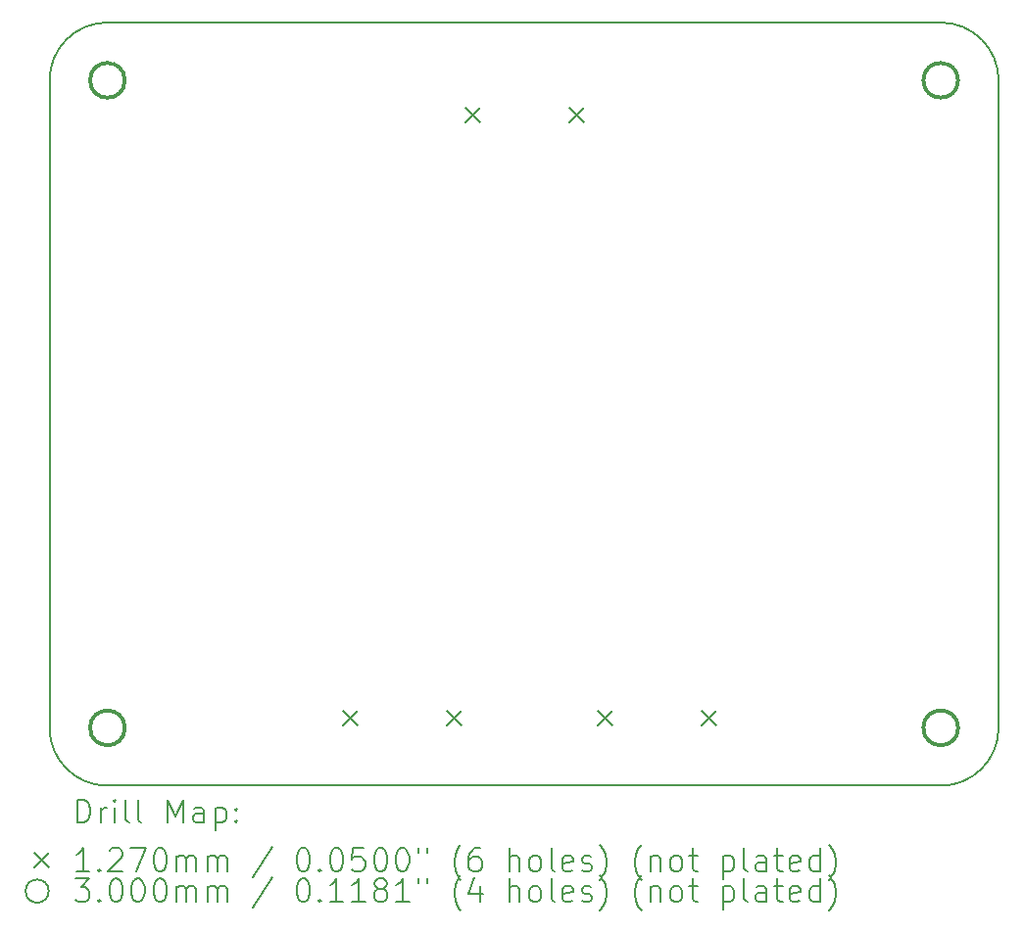
<source format=gbr>
%TF.GenerationSoftware,KiCad,Pcbnew,7.0.2*%
%TF.CreationDate,2023-08-29T10:56:40-05:00*%
%TF.ProjectId,Power-Secondary,506f7765-722d-4536-9563-6f6e64617279,rev?*%
%TF.SameCoordinates,Original*%
%TF.FileFunction,Drillmap*%
%TF.FilePolarity,Positive*%
%FSLAX45Y45*%
G04 Gerber Fmt 4.5, Leading zero omitted, Abs format (unit mm)*
G04 Created by KiCad (PCBNEW 7.0.2) date 2023-08-29 10:56:40*
%MOMM*%
%LPD*%
G01*
G04 APERTURE LIST*
%ADD10C,0.150000*%
%ADD11C,0.200000*%
%ADD12C,0.127000*%
%ADD13C,0.300000*%
G04 APERTURE END LIST*
D10*
X17000000Y-4800000D02*
X17000000Y-10400000D01*
X16500000Y-10900000D02*
G75*
G03*
X17000000Y-10400000I0J500000D01*
G01*
X9300000Y-4300000D02*
G75*
G03*
X8800000Y-4800000I0J-500000D01*
G01*
X17000000Y-4800000D02*
G75*
G03*
X16500000Y-4300000I-500000J0D01*
G01*
X9300000Y-4300000D02*
X16500000Y-4300000D01*
X9300000Y-10900000D02*
X16500000Y-10900000D01*
X8800000Y-4800000D02*
X8800000Y-10400000D01*
X8800000Y-10400000D02*
G75*
G03*
X9300000Y-10900000I500000J0D01*
G01*
D11*
D12*
X11336500Y-10249000D02*
X11463500Y-10376000D01*
X11463500Y-10249000D02*
X11336500Y-10376000D01*
X12236500Y-10249000D02*
X12363500Y-10376000D01*
X12363500Y-10249000D02*
X12236500Y-10376000D01*
X12391400Y-5037800D02*
X12518400Y-5164800D01*
X12518400Y-5037800D02*
X12391400Y-5164800D01*
X13291400Y-5037800D02*
X13418400Y-5164800D01*
X13418400Y-5037800D02*
X13291400Y-5164800D01*
X13536500Y-10249000D02*
X13663500Y-10376000D01*
X13663500Y-10249000D02*
X13536500Y-10376000D01*
X14436500Y-10249000D02*
X14563500Y-10376000D01*
X14563500Y-10249000D02*
X14436500Y-10376000D01*
D13*
X9450000Y-4800000D02*
G75*
G03*
X9450000Y-4800000I-150000J0D01*
G01*
X9450000Y-10400000D02*
G75*
G03*
X9450000Y-10400000I-150000J0D01*
G01*
X16650000Y-4800000D02*
G75*
G03*
X16650000Y-4800000I-150000J0D01*
G01*
X16650000Y-10400000D02*
G75*
G03*
X16650000Y-10400000I-150000J0D01*
G01*
D11*
X9040119Y-11220024D02*
X9040119Y-11020024D01*
X9040119Y-11020024D02*
X9087738Y-11020024D01*
X9087738Y-11020024D02*
X9116310Y-11029548D01*
X9116310Y-11029548D02*
X9135357Y-11048595D01*
X9135357Y-11048595D02*
X9144881Y-11067643D01*
X9144881Y-11067643D02*
X9154405Y-11105738D01*
X9154405Y-11105738D02*
X9154405Y-11134310D01*
X9154405Y-11134310D02*
X9144881Y-11172405D01*
X9144881Y-11172405D02*
X9135357Y-11191452D01*
X9135357Y-11191452D02*
X9116310Y-11210500D01*
X9116310Y-11210500D02*
X9087738Y-11220024D01*
X9087738Y-11220024D02*
X9040119Y-11220024D01*
X9240119Y-11220024D02*
X9240119Y-11086690D01*
X9240119Y-11124786D02*
X9249643Y-11105738D01*
X9249643Y-11105738D02*
X9259167Y-11096214D01*
X9259167Y-11096214D02*
X9278214Y-11086690D01*
X9278214Y-11086690D02*
X9297262Y-11086690D01*
X9363929Y-11220024D02*
X9363929Y-11086690D01*
X9363929Y-11020024D02*
X9354405Y-11029548D01*
X9354405Y-11029548D02*
X9363929Y-11039071D01*
X9363929Y-11039071D02*
X9373452Y-11029548D01*
X9373452Y-11029548D02*
X9363929Y-11020024D01*
X9363929Y-11020024D02*
X9363929Y-11039071D01*
X9487738Y-11220024D02*
X9468690Y-11210500D01*
X9468690Y-11210500D02*
X9459167Y-11191452D01*
X9459167Y-11191452D02*
X9459167Y-11020024D01*
X9592500Y-11220024D02*
X9573452Y-11210500D01*
X9573452Y-11210500D02*
X9563929Y-11191452D01*
X9563929Y-11191452D02*
X9563929Y-11020024D01*
X9821071Y-11220024D02*
X9821071Y-11020024D01*
X9821071Y-11020024D02*
X9887738Y-11162881D01*
X9887738Y-11162881D02*
X9954405Y-11020024D01*
X9954405Y-11020024D02*
X9954405Y-11220024D01*
X10135357Y-11220024D02*
X10135357Y-11115262D01*
X10135357Y-11115262D02*
X10125833Y-11096214D01*
X10125833Y-11096214D02*
X10106786Y-11086690D01*
X10106786Y-11086690D02*
X10068690Y-11086690D01*
X10068690Y-11086690D02*
X10049643Y-11096214D01*
X10135357Y-11210500D02*
X10116310Y-11220024D01*
X10116310Y-11220024D02*
X10068690Y-11220024D01*
X10068690Y-11220024D02*
X10049643Y-11210500D01*
X10049643Y-11210500D02*
X10040119Y-11191452D01*
X10040119Y-11191452D02*
X10040119Y-11172405D01*
X10040119Y-11172405D02*
X10049643Y-11153357D01*
X10049643Y-11153357D02*
X10068690Y-11143833D01*
X10068690Y-11143833D02*
X10116310Y-11143833D01*
X10116310Y-11143833D02*
X10135357Y-11134310D01*
X10230595Y-11086690D02*
X10230595Y-11286690D01*
X10230595Y-11096214D02*
X10249643Y-11086690D01*
X10249643Y-11086690D02*
X10287738Y-11086690D01*
X10287738Y-11086690D02*
X10306786Y-11096214D01*
X10306786Y-11096214D02*
X10316310Y-11105738D01*
X10316310Y-11105738D02*
X10325833Y-11124786D01*
X10325833Y-11124786D02*
X10325833Y-11181929D01*
X10325833Y-11181929D02*
X10316310Y-11200976D01*
X10316310Y-11200976D02*
X10306786Y-11210500D01*
X10306786Y-11210500D02*
X10287738Y-11220024D01*
X10287738Y-11220024D02*
X10249643Y-11220024D01*
X10249643Y-11220024D02*
X10230595Y-11210500D01*
X10411548Y-11200976D02*
X10421071Y-11210500D01*
X10421071Y-11210500D02*
X10411548Y-11220024D01*
X10411548Y-11220024D02*
X10402024Y-11210500D01*
X10402024Y-11210500D02*
X10411548Y-11200976D01*
X10411548Y-11200976D02*
X10411548Y-11220024D01*
X10411548Y-11096214D02*
X10421071Y-11105738D01*
X10421071Y-11105738D02*
X10411548Y-11115262D01*
X10411548Y-11115262D02*
X10402024Y-11105738D01*
X10402024Y-11105738D02*
X10411548Y-11096214D01*
X10411548Y-11096214D02*
X10411548Y-11115262D01*
D12*
X8665500Y-11484000D02*
X8792500Y-11611000D01*
X8792500Y-11484000D02*
X8665500Y-11611000D01*
D11*
X9144881Y-11640024D02*
X9030595Y-11640024D01*
X9087738Y-11640024D02*
X9087738Y-11440024D01*
X9087738Y-11440024D02*
X9068690Y-11468595D01*
X9068690Y-11468595D02*
X9049643Y-11487643D01*
X9049643Y-11487643D02*
X9030595Y-11497167D01*
X9230595Y-11620976D02*
X9240119Y-11630500D01*
X9240119Y-11630500D02*
X9230595Y-11640024D01*
X9230595Y-11640024D02*
X9221071Y-11630500D01*
X9221071Y-11630500D02*
X9230595Y-11620976D01*
X9230595Y-11620976D02*
X9230595Y-11640024D01*
X9316310Y-11459071D02*
X9325833Y-11449548D01*
X9325833Y-11449548D02*
X9344881Y-11440024D01*
X9344881Y-11440024D02*
X9392500Y-11440024D01*
X9392500Y-11440024D02*
X9411548Y-11449548D01*
X9411548Y-11449548D02*
X9421071Y-11459071D01*
X9421071Y-11459071D02*
X9430595Y-11478119D01*
X9430595Y-11478119D02*
X9430595Y-11497167D01*
X9430595Y-11497167D02*
X9421071Y-11525738D01*
X9421071Y-11525738D02*
X9306786Y-11640024D01*
X9306786Y-11640024D02*
X9430595Y-11640024D01*
X9497262Y-11440024D02*
X9630595Y-11440024D01*
X9630595Y-11440024D02*
X9544881Y-11640024D01*
X9744881Y-11440024D02*
X9763929Y-11440024D01*
X9763929Y-11440024D02*
X9782976Y-11449548D01*
X9782976Y-11449548D02*
X9792500Y-11459071D01*
X9792500Y-11459071D02*
X9802024Y-11478119D01*
X9802024Y-11478119D02*
X9811548Y-11516214D01*
X9811548Y-11516214D02*
X9811548Y-11563833D01*
X9811548Y-11563833D02*
X9802024Y-11601928D01*
X9802024Y-11601928D02*
X9792500Y-11620976D01*
X9792500Y-11620976D02*
X9782976Y-11630500D01*
X9782976Y-11630500D02*
X9763929Y-11640024D01*
X9763929Y-11640024D02*
X9744881Y-11640024D01*
X9744881Y-11640024D02*
X9725833Y-11630500D01*
X9725833Y-11630500D02*
X9716310Y-11620976D01*
X9716310Y-11620976D02*
X9706786Y-11601928D01*
X9706786Y-11601928D02*
X9697262Y-11563833D01*
X9697262Y-11563833D02*
X9697262Y-11516214D01*
X9697262Y-11516214D02*
X9706786Y-11478119D01*
X9706786Y-11478119D02*
X9716310Y-11459071D01*
X9716310Y-11459071D02*
X9725833Y-11449548D01*
X9725833Y-11449548D02*
X9744881Y-11440024D01*
X9897262Y-11640024D02*
X9897262Y-11506690D01*
X9897262Y-11525738D02*
X9906786Y-11516214D01*
X9906786Y-11516214D02*
X9925833Y-11506690D01*
X9925833Y-11506690D02*
X9954405Y-11506690D01*
X9954405Y-11506690D02*
X9973452Y-11516214D01*
X9973452Y-11516214D02*
X9982976Y-11535262D01*
X9982976Y-11535262D02*
X9982976Y-11640024D01*
X9982976Y-11535262D02*
X9992500Y-11516214D01*
X9992500Y-11516214D02*
X10011548Y-11506690D01*
X10011548Y-11506690D02*
X10040119Y-11506690D01*
X10040119Y-11506690D02*
X10059167Y-11516214D01*
X10059167Y-11516214D02*
X10068691Y-11535262D01*
X10068691Y-11535262D02*
X10068691Y-11640024D01*
X10163929Y-11640024D02*
X10163929Y-11506690D01*
X10163929Y-11525738D02*
X10173452Y-11516214D01*
X10173452Y-11516214D02*
X10192500Y-11506690D01*
X10192500Y-11506690D02*
X10221072Y-11506690D01*
X10221072Y-11506690D02*
X10240119Y-11516214D01*
X10240119Y-11516214D02*
X10249643Y-11535262D01*
X10249643Y-11535262D02*
X10249643Y-11640024D01*
X10249643Y-11535262D02*
X10259167Y-11516214D01*
X10259167Y-11516214D02*
X10278214Y-11506690D01*
X10278214Y-11506690D02*
X10306786Y-11506690D01*
X10306786Y-11506690D02*
X10325833Y-11516214D01*
X10325833Y-11516214D02*
X10335357Y-11535262D01*
X10335357Y-11535262D02*
X10335357Y-11640024D01*
X10725833Y-11430500D02*
X10554405Y-11687643D01*
X10982976Y-11440024D02*
X11002024Y-11440024D01*
X11002024Y-11440024D02*
X11021072Y-11449548D01*
X11021072Y-11449548D02*
X11030595Y-11459071D01*
X11030595Y-11459071D02*
X11040119Y-11478119D01*
X11040119Y-11478119D02*
X11049643Y-11516214D01*
X11049643Y-11516214D02*
X11049643Y-11563833D01*
X11049643Y-11563833D02*
X11040119Y-11601928D01*
X11040119Y-11601928D02*
X11030595Y-11620976D01*
X11030595Y-11620976D02*
X11021072Y-11630500D01*
X11021072Y-11630500D02*
X11002024Y-11640024D01*
X11002024Y-11640024D02*
X10982976Y-11640024D01*
X10982976Y-11640024D02*
X10963929Y-11630500D01*
X10963929Y-11630500D02*
X10954405Y-11620976D01*
X10954405Y-11620976D02*
X10944881Y-11601928D01*
X10944881Y-11601928D02*
X10935357Y-11563833D01*
X10935357Y-11563833D02*
X10935357Y-11516214D01*
X10935357Y-11516214D02*
X10944881Y-11478119D01*
X10944881Y-11478119D02*
X10954405Y-11459071D01*
X10954405Y-11459071D02*
X10963929Y-11449548D01*
X10963929Y-11449548D02*
X10982976Y-11440024D01*
X11135357Y-11620976D02*
X11144881Y-11630500D01*
X11144881Y-11630500D02*
X11135357Y-11640024D01*
X11135357Y-11640024D02*
X11125834Y-11630500D01*
X11125834Y-11630500D02*
X11135357Y-11620976D01*
X11135357Y-11620976D02*
X11135357Y-11640024D01*
X11268691Y-11440024D02*
X11287738Y-11440024D01*
X11287738Y-11440024D02*
X11306786Y-11449548D01*
X11306786Y-11449548D02*
X11316310Y-11459071D01*
X11316310Y-11459071D02*
X11325833Y-11478119D01*
X11325833Y-11478119D02*
X11335357Y-11516214D01*
X11335357Y-11516214D02*
X11335357Y-11563833D01*
X11335357Y-11563833D02*
X11325833Y-11601928D01*
X11325833Y-11601928D02*
X11316310Y-11620976D01*
X11316310Y-11620976D02*
X11306786Y-11630500D01*
X11306786Y-11630500D02*
X11287738Y-11640024D01*
X11287738Y-11640024D02*
X11268691Y-11640024D01*
X11268691Y-11640024D02*
X11249643Y-11630500D01*
X11249643Y-11630500D02*
X11240119Y-11620976D01*
X11240119Y-11620976D02*
X11230595Y-11601928D01*
X11230595Y-11601928D02*
X11221072Y-11563833D01*
X11221072Y-11563833D02*
X11221072Y-11516214D01*
X11221072Y-11516214D02*
X11230595Y-11478119D01*
X11230595Y-11478119D02*
X11240119Y-11459071D01*
X11240119Y-11459071D02*
X11249643Y-11449548D01*
X11249643Y-11449548D02*
X11268691Y-11440024D01*
X11516310Y-11440024D02*
X11421072Y-11440024D01*
X11421072Y-11440024D02*
X11411548Y-11535262D01*
X11411548Y-11535262D02*
X11421072Y-11525738D01*
X11421072Y-11525738D02*
X11440119Y-11516214D01*
X11440119Y-11516214D02*
X11487738Y-11516214D01*
X11487738Y-11516214D02*
X11506786Y-11525738D01*
X11506786Y-11525738D02*
X11516310Y-11535262D01*
X11516310Y-11535262D02*
X11525833Y-11554309D01*
X11525833Y-11554309D02*
X11525833Y-11601928D01*
X11525833Y-11601928D02*
X11516310Y-11620976D01*
X11516310Y-11620976D02*
X11506786Y-11630500D01*
X11506786Y-11630500D02*
X11487738Y-11640024D01*
X11487738Y-11640024D02*
X11440119Y-11640024D01*
X11440119Y-11640024D02*
X11421072Y-11630500D01*
X11421072Y-11630500D02*
X11411548Y-11620976D01*
X11649643Y-11440024D02*
X11668691Y-11440024D01*
X11668691Y-11440024D02*
X11687738Y-11449548D01*
X11687738Y-11449548D02*
X11697262Y-11459071D01*
X11697262Y-11459071D02*
X11706786Y-11478119D01*
X11706786Y-11478119D02*
X11716310Y-11516214D01*
X11716310Y-11516214D02*
X11716310Y-11563833D01*
X11716310Y-11563833D02*
X11706786Y-11601928D01*
X11706786Y-11601928D02*
X11697262Y-11620976D01*
X11697262Y-11620976D02*
X11687738Y-11630500D01*
X11687738Y-11630500D02*
X11668691Y-11640024D01*
X11668691Y-11640024D02*
X11649643Y-11640024D01*
X11649643Y-11640024D02*
X11630595Y-11630500D01*
X11630595Y-11630500D02*
X11621072Y-11620976D01*
X11621072Y-11620976D02*
X11611548Y-11601928D01*
X11611548Y-11601928D02*
X11602024Y-11563833D01*
X11602024Y-11563833D02*
X11602024Y-11516214D01*
X11602024Y-11516214D02*
X11611548Y-11478119D01*
X11611548Y-11478119D02*
X11621072Y-11459071D01*
X11621072Y-11459071D02*
X11630595Y-11449548D01*
X11630595Y-11449548D02*
X11649643Y-11440024D01*
X11840119Y-11440024D02*
X11859167Y-11440024D01*
X11859167Y-11440024D02*
X11878214Y-11449548D01*
X11878214Y-11449548D02*
X11887738Y-11459071D01*
X11887738Y-11459071D02*
X11897262Y-11478119D01*
X11897262Y-11478119D02*
X11906786Y-11516214D01*
X11906786Y-11516214D02*
X11906786Y-11563833D01*
X11906786Y-11563833D02*
X11897262Y-11601928D01*
X11897262Y-11601928D02*
X11887738Y-11620976D01*
X11887738Y-11620976D02*
X11878214Y-11630500D01*
X11878214Y-11630500D02*
X11859167Y-11640024D01*
X11859167Y-11640024D02*
X11840119Y-11640024D01*
X11840119Y-11640024D02*
X11821072Y-11630500D01*
X11821072Y-11630500D02*
X11811548Y-11620976D01*
X11811548Y-11620976D02*
X11802024Y-11601928D01*
X11802024Y-11601928D02*
X11792500Y-11563833D01*
X11792500Y-11563833D02*
X11792500Y-11516214D01*
X11792500Y-11516214D02*
X11802024Y-11478119D01*
X11802024Y-11478119D02*
X11811548Y-11459071D01*
X11811548Y-11459071D02*
X11821072Y-11449548D01*
X11821072Y-11449548D02*
X11840119Y-11440024D01*
X11982976Y-11440024D02*
X11982976Y-11478119D01*
X12059167Y-11440024D02*
X12059167Y-11478119D01*
X12354405Y-11716214D02*
X12344881Y-11706690D01*
X12344881Y-11706690D02*
X12325834Y-11678119D01*
X12325834Y-11678119D02*
X12316310Y-11659071D01*
X12316310Y-11659071D02*
X12306786Y-11630500D01*
X12306786Y-11630500D02*
X12297262Y-11582881D01*
X12297262Y-11582881D02*
X12297262Y-11544786D01*
X12297262Y-11544786D02*
X12306786Y-11497167D01*
X12306786Y-11497167D02*
X12316310Y-11468595D01*
X12316310Y-11468595D02*
X12325834Y-11449548D01*
X12325834Y-11449548D02*
X12344881Y-11420976D01*
X12344881Y-11420976D02*
X12354405Y-11411452D01*
X12516310Y-11440024D02*
X12478214Y-11440024D01*
X12478214Y-11440024D02*
X12459167Y-11449548D01*
X12459167Y-11449548D02*
X12449643Y-11459071D01*
X12449643Y-11459071D02*
X12430595Y-11487643D01*
X12430595Y-11487643D02*
X12421072Y-11525738D01*
X12421072Y-11525738D02*
X12421072Y-11601928D01*
X12421072Y-11601928D02*
X12430595Y-11620976D01*
X12430595Y-11620976D02*
X12440119Y-11630500D01*
X12440119Y-11630500D02*
X12459167Y-11640024D01*
X12459167Y-11640024D02*
X12497262Y-11640024D01*
X12497262Y-11640024D02*
X12516310Y-11630500D01*
X12516310Y-11630500D02*
X12525834Y-11620976D01*
X12525834Y-11620976D02*
X12535357Y-11601928D01*
X12535357Y-11601928D02*
X12535357Y-11554309D01*
X12535357Y-11554309D02*
X12525834Y-11535262D01*
X12525834Y-11535262D02*
X12516310Y-11525738D01*
X12516310Y-11525738D02*
X12497262Y-11516214D01*
X12497262Y-11516214D02*
X12459167Y-11516214D01*
X12459167Y-11516214D02*
X12440119Y-11525738D01*
X12440119Y-11525738D02*
X12430595Y-11535262D01*
X12430595Y-11535262D02*
X12421072Y-11554309D01*
X12773453Y-11640024D02*
X12773453Y-11440024D01*
X12859167Y-11640024D02*
X12859167Y-11535262D01*
X12859167Y-11535262D02*
X12849643Y-11516214D01*
X12849643Y-11516214D02*
X12830596Y-11506690D01*
X12830596Y-11506690D02*
X12802024Y-11506690D01*
X12802024Y-11506690D02*
X12782976Y-11516214D01*
X12782976Y-11516214D02*
X12773453Y-11525738D01*
X12982976Y-11640024D02*
X12963929Y-11630500D01*
X12963929Y-11630500D02*
X12954405Y-11620976D01*
X12954405Y-11620976D02*
X12944881Y-11601928D01*
X12944881Y-11601928D02*
X12944881Y-11544786D01*
X12944881Y-11544786D02*
X12954405Y-11525738D01*
X12954405Y-11525738D02*
X12963929Y-11516214D01*
X12963929Y-11516214D02*
X12982976Y-11506690D01*
X12982976Y-11506690D02*
X13011548Y-11506690D01*
X13011548Y-11506690D02*
X13030596Y-11516214D01*
X13030596Y-11516214D02*
X13040119Y-11525738D01*
X13040119Y-11525738D02*
X13049643Y-11544786D01*
X13049643Y-11544786D02*
X13049643Y-11601928D01*
X13049643Y-11601928D02*
X13040119Y-11620976D01*
X13040119Y-11620976D02*
X13030596Y-11630500D01*
X13030596Y-11630500D02*
X13011548Y-11640024D01*
X13011548Y-11640024D02*
X12982976Y-11640024D01*
X13163929Y-11640024D02*
X13144881Y-11630500D01*
X13144881Y-11630500D02*
X13135357Y-11611452D01*
X13135357Y-11611452D02*
X13135357Y-11440024D01*
X13316310Y-11630500D02*
X13297262Y-11640024D01*
X13297262Y-11640024D02*
X13259167Y-11640024D01*
X13259167Y-11640024D02*
X13240119Y-11630500D01*
X13240119Y-11630500D02*
X13230596Y-11611452D01*
X13230596Y-11611452D02*
X13230596Y-11535262D01*
X13230596Y-11535262D02*
X13240119Y-11516214D01*
X13240119Y-11516214D02*
X13259167Y-11506690D01*
X13259167Y-11506690D02*
X13297262Y-11506690D01*
X13297262Y-11506690D02*
X13316310Y-11516214D01*
X13316310Y-11516214D02*
X13325834Y-11535262D01*
X13325834Y-11535262D02*
X13325834Y-11554309D01*
X13325834Y-11554309D02*
X13230596Y-11573357D01*
X13402024Y-11630500D02*
X13421072Y-11640024D01*
X13421072Y-11640024D02*
X13459167Y-11640024D01*
X13459167Y-11640024D02*
X13478215Y-11630500D01*
X13478215Y-11630500D02*
X13487738Y-11611452D01*
X13487738Y-11611452D02*
X13487738Y-11601928D01*
X13487738Y-11601928D02*
X13478215Y-11582881D01*
X13478215Y-11582881D02*
X13459167Y-11573357D01*
X13459167Y-11573357D02*
X13430596Y-11573357D01*
X13430596Y-11573357D02*
X13411548Y-11563833D01*
X13411548Y-11563833D02*
X13402024Y-11544786D01*
X13402024Y-11544786D02*
X13402024Y-11535262D01*
X13402024Y-11535262D02*
X13411548Y-11516214D01*
X13411548Y-11516214D02*
X13430596Y-11506690D01*
X13430596Y-11506690D02*
X13459167Y-11506690D01*
X13459167Y-11506690D02*
X13478215Y-11516214D01*
X13554405Y-11716214D02*
X13563929Y-11706690D01*
X13563929Y-11706690D02*
X13582977Y-11678119D01*
X13582977Y-11678119D02*
X13592500Y-11659071D01*
X13592500Y-11659071D02*
X13602024Y-11630500D01*
X13602024Y-11630500D02*
X13611548Y-11582881D01*
X13611548Y-11582881D02*
X13611548Y-11544786D01*
X13611548Y-11544786D02*
X13602024Y-11497167D01*
X13602024Y-11497167D02*
X13592500Y-11468595D01*
X13592500Y-11468595D02*
X13582977Y-11449548D01*
X13582977Y-11449548D02*
X13563929Y-11420976D01*
X13563929Y-11420976D02*
X13554405Y-11411452D01*
X13916310Y-11716214D02*
X13906786Y-11706690D01*
X13906786Y-11706690D02*
X13887738Y-11678119D01*
X13887738Y-11678119D02*
X13878215Y-11659071D01*
X13878215Y-11659071D02*
X13868691Y-11630500D01*
X13868691Y-11630500D02*
X13859167Y-11582881D01*
X13859167Y-11582881D02*
X13859167Y-11544786D01*
X13859167Y-11544786D02*
X13868691Y-11497167D01*
X13868691Y-11497167D02*
X13878215Y-11468595D01*
X13878215Y-11468595D02*
X13887738Y-11449548D01*
X13887738Y-11449548D02*
X13906786Y-11420976D01*
X13906786Y-11420976D02*
X13916310Y-11411452D01*
X13992500Y-11506690D02*
X13992500Y-11640024D01*
X13992500Y-11525738D02*
X14002024Y-11516214D01*
X14002024Y-11516214D02*
X14021072Y-11506690D01*
X14021072Y-11506690D02*
X14049643Y-11506690D01*
X14049643Y-11506690D02*
X14068691Y-11516214D01*
X14068691Y-11516214D02*
X14078215Y-11535262D01*
X14078215Y-11535262D02*
X14078215Y-11640024D01*
X14202024Y-11640024D02*
X14182977Y-11630500D01*
X14182977Y-11630500D02*
X14173453Y-11620976D01*
X14173453Y-11620976D02*
X14163929Y-11601928D01*
X14163929Y-11601928D02*
X14163929Y-11544786D01*
X14163929Y-11544786D02*
X14173453Y-11525738D01*
X14173453Y-11525738D02*
X14182977Y-11516214D01*
X14182977Y-11516214D02*
X14202024Y-11506690D01*
X14202024Y-11506690D02*
X14230596Y-11506690D01*
X14230596Y-11506690D02*
X14249643Y-11516214D01*
X14249643Y-11516214D02*
X14259167Y-11525738D01*
X14259167Y-11525738D02*
X14268691Y-11544786D01*
X14268691Y-11544786D02*
X14268691Y-11601928D01*
X14268691Y-11601928D02*
X14259167Y-11620976D01*
X14259167Y-11620976D02*
X14249643Y-11630500D01*
X14249643Y-11630500D02*
X14230596Y-11640024D01*
X14230596Y-11640024D02*
X14202024Y-11640024D01*
X14325834Y-11506690D02*
X14402024Y-11506690D01*
X14354405Y-11440024D02*
X14354405Y-11611452D01*
X14354405Y-11611452D02*
X14363929Y-11630500D01*
X14363929Y-11630500D02*
X14382977Y-11640024D01*
X14382977Y-11640024D02*
X14402024Y-11640024D01*
X14621072Y-11506690D02*
X14621072Y-11706690D01*
X14621072Y-11516214D02*
X14640119Y-11506690D01*
X14640119Y-11506690D02*
X14678215Y-11506690D01*
X14678215Y-11506690D02*
X14697262Y-11516214D01*
X14697262Y-11516214D02*
X14706786Y-11525738D01*
X14706786Y-11525738D02*
X14716310Y-11544786D01*
X14716310Y-11544786D02*
X14716310Y-11601928D01*
X14716310Y-11601928D02*
X14706786Y-11620976D01*
X14706786Y-11620976D02*
X14697262Y-11630500D01*
X14697262Y-11630500D02*
X14678215Y-11640024D01*
X14678215Y-11640024D02*
X14640119Y-11640024D01*
X14640119Y-11640024D02*
X14621072Y-11630500D01*
X14830596Y-11640024D02*
X14811548Y-11630500D01*
X14811548Y-11630500D02*
X14802024Y-11611452D01*
X14802024Y-11611452D02*
X14802024Y-11440024D01*
X14992500Y-11640024D02*
X14992500Y-11535262D01*
X14992500Y-11535262D02*
X14982977Y-11516214D01*
X14982977Y-11516214D02*
X14963929Y-11506690D01*
X14963929Y-11506690D02*
X14925834Y-11506690D01*
X14925834Y-11506690D02*
X14906786Y-11516214D01*
X14992500Y-11630500D02*
X14973453Y-11640024D01*
X14973453Y-11640024D02*
X14925834Y-11640024D01*
X14925834Y-11640024D02*
X14906786Y-11630500D01*
X14906786Y-11630500D02*
X14897262Y-11611452D01*
X14897262Y-11611452D02*
X14897262Y-11592405D01*
X14897262Y-11592405D02*
X14906786Y-11573357D01*
X14906786Y-11573357D02*
X14925834Y-11563833D01*
X14925834Y-11563833D02*
X14973453Y-11563833D01*
X14973453Y-11563833D02*
X14992500Y-11554309D01*
X15059167Y-11506690D02*
X15135358Y-11506690D01*
X15087739Y-11440024D02*
X15087739Y-11611452D01*
X15087739Y-11611452D02*
X15097262Y-11630500D01*
X15097262Y-11630500D02*
X15116310Y-11640024D01*
X15116310Y-11640024D02*
X15135358Y-11640024D01*
X15278215Y-11630500D02*
X15259167Y-11640024D01*
X15259167Y-11640024D02*
X15221072Y-11640024D01*
X15221072Y-11640024D02*
X15202024Y-11630500D01*
X15202024Y-11630500D02*
X15192500Y-11611452D01*
X15192500Y-11611452D02*
X15192500Y-11535262D01*
X15192500Y-11535262D02*
X15202024Y-11516214D01*
X15202024Y-11516214D02*
X15221072Y-11506690D01*
X15221072Y-11506690D02*
X15259167Y-11506690D01*
X15259167Y-11506690D02*
X15278215Y-11516214D01*
X15278215Y-11516214D02*
X15287739Y-11535262D01*
X15287739Y-11535262D02*
X15287739Y-11554309D01*
X15287739Y-11554309D02*
X15192500Y-11573357D01*
X15459167Y-11640024D02*
X15459167Y-11440024D01*
X15459167Y-11630500D02*
X15440120Y-11640024D01*
X15440120Y-11640024D02*
X15402024Y-11640024D01*
X15402024Y-11640024D02*
X15382977Y-11630500D01*
X15382977Y-11630500D02*
X15373453Y-11620976D01*
X15373453Y-11620976D02*
X15363929Y-11601928D01*
X15363929Y-11601928D02*
X15363929Y-11544786D01*
X15363929Y-11544786D02*
X15373453Y-11525738D01*
X15373453Y-11525738D02*
X15382977Y-11516214D01*
X15382977Y-11516214D02*
X15402024Y-11506690D01*
X15402024Y-11506690D02*
X15440120Y-11506690D01*
X15440120Y-11506690D02*
X15459167Y-11516214D01*
X15535358Y-11716214D02*
X15544881Y-11706690D01*
X15544881Y-11706690D02*
X15563929Y-11678119D01*
X15563929Y-11678119D02*
X15573453Y-11659071D01*
X15573453Y-11659071D02*
X15582977Y-11630500D01*
X15582977Y-11630500D02*
X15592500Y-11582881D01*
X15592500Y-11582881D02*
X15592500Y-11544786D01*
X15592500Y-11544786D02*
X15582977Y-11497167D01*
X15582977Y-11497167D02*
X15573453Y-11468595D01*
X15573453Y-11468595D02*
X15563929Y-11449548D01*
X15563929Y-11449548D02*
X15544881Y-11420976D01*
X15544881Y-11420976D02*
X15535358Y-11411452D01*
X8792500Y-11811500D02*
G75*
G03*
X8792500Y-11811500I-100000J0D01*
G01*
X9021071Y-11704024D02*
X9144881Y-11704024D01*
X9144881Y-11704024D02*
X9078214Y-11780214D01*
X9078214Y-11780214D02*
X9106786Y-11780214D01*
X9106786Y-11780214D02*
X9125833Y-11789738D01*
X9125833Y-11789738D02*
X9135357Y-11799262D01*
X9135357Y-11799262D02*
X9144881Y-11818309D01*
X9144881Y-11818309D02*
X9144881Y-11865928D01*
X9144881Y-11865928D02*
X9135357Y-11884976D01*
X9135357Y-11884976D02*
X9125833Y-11894500D01*
X9125833Y-11894500D02*
X9106786Y-11904024D01*
X9106786Y-11904024D02*
X9049643Y-11904024D01*
X9049643Y-11904024D02*
X9030595Y-11894500D01*
X9030595Y-11894500D02*
X9021071Y-11884976D01*
X9230595Y-11884976D02*
X9240119Y-11894500D01*
X9240119Y-11894500D02*
X9230595Y-11904024D01*
X9230595Y-11904024D02*
X9221071Y-11894500D01*
X9221071Y-11894500D02*
X9230595Y-11884976D01*
X9230595Y-11884976D02*
X9230595Y-11904024D01*
X9363929Y-11704024D02*
X9382976Y-11704024D01*
X9382976Y-11704024D02*
X9402024Y-11713548D01*
X9402024Y-11713548D02*
X9411548Y-11723071D01*
X9411548Y-11723071D02*
X9421071Y-11742119D01*
X9421071Y-11742119D02*
X9430595Y-11780214D01*
X9430595Y-11780214D02*
X9430595Y-11827833D01*
X9430595Y-11827833D02*
X9421071Y-11865928D01*
X9421071Y-11865928D02*
X9411548Y-11884976D01*
X9411548Y-11884976D02*
X9402024Y-11894500D01*
X9402024Y-11894500D02*
X9382976Y-11904024D01*
X9382976Y-11904024D02*
X9363929Y-11904024D01*
X9363929Y-11904024D02*
X9344881Y-11894500D01*
X9344881Y-11894500D02*
X9335357Y-11884976D01*
X9335357Y-11884976D02*
X9325833Y-11865928D01*
X9325833Y-11865928D02*
X9316310Y-11827833D01*
X9316310Y-11827833D02*
X9316310Y-11780214D01*
X9316310Y-11780214D02*
X9325833Y-11742119D01*
X9325833Y-11742119D02*
X9335357Y-11723071D01*
X9335357Y-11723071D02*
X9344881Y-11713548D01*
X9344881Y-11713548D02*
X9363929Y-11704024D01*
X9554405Y-11704024D02*
X9573452Y-11704024D01*
X9573452Y-11704024D02*
X9592500Y-11713548D01*
X9592500Y-11713548D02*
X9602024Y-11723071D01*
X9602024Y-11723071D02*
X9611548Y-11742119D01*
X9611548Y-11742119D02*
X9621071Y-11780214D01*
X9621071Y-11780214D02*
X9621071Y-11827833D01*
X9621071Y-11827833D02*
X9611548Y-11865928D01*
X9611548Y-11865928D02*
X9602024Y-11884976D01*
X9602024Y-11884976D02*
X9592500Y-11894500D01*
X9592500Y-11894500D02*
X9573452Y-11904024D01*
X9573452Y-11904024D02*
X9554405Y-11904024D01*
X9554405Y-11904024D02*
X9535357Y-11894500D01*
X9535357Y-11894500D02*
X9525833Y-11884976D01*
X9525833Y-11884976D02*
X9516310Y-11865928D01*
X9516310Y-11865928D02*
X9506786Y-11827833D01*
X9506786Y-11827833D02*
X9506786Y-11780214D01*
X9506786Y-11780214D02*
X9516310Y-11742119D01*
X9516310Y-11742119D02*
X9525833Y-11723071D01*
X9525833Y-11723071D02*
X9535357Y-11713548D01*
X9535357Y-11713548D02*
X9554405Y-11704024D01*
X9744881Y-11704024D02*
X9763929Y-11704024D01*
X9763929Y-11704024D02*
X9782976Y-11713548D01*
X9782976Y-11713548D02*
X9792500Y-11723071D01*
X9792500Y-11723071D02*
X9802024Y-11742119D01*
X9802024Y-11742119D02*
X9811548Y-11780214D01*
X9811548Y-11780214D02*
X9811548Y-11827833D01*
X9811548Y-11827833D02*
X9802024Y-11865928D01*
X9802024Y-11865928D02*
X9792500Y-11884976D01*
X9792500Y-11884976D02*
X9782976Y-11894500D01*
X9782976Y-11894500D02*
X9763929Y-11904024D01*
X9763929Y-11904024D02*
X9744881Y-11904024D01*
X9744881Y-11904024D02*
X9725833Y-11894500D01*
X9725833Y-11894500D02*
X9716310Y-11884976D01*
X9716310Y-11884976D02*
X9706786Y-11865928D01*
X9706786Y-11865928D02*
X9697262Y-11827833D01*
X9697262Y-11827833D02*
X9697262Y-11780214D01*
X9697262Y-11780214D02*
X9706786Y-11742119D01*
X9706786Y-11742119D02*
X9716310Y-11723071D01*
X9716310Y-11723071D02*
X9725833Y-11713548D01*
X9725833Y-11713548D02*
X9744881Y-11704024D01*
X9897262Y-11904024D02*
X9897262Y-11770690D01*
X9897262Y-11789738D02*
X9906786Y-11780214D01*
X9906786Y-11780214D02*
X9925833Y-11770690D01*
X9925833Y-11770690D02*
X9954405Y-11770690D01*
X9954405Y-11770690D02*
X9973452Y-11780214D01*
X9973452Y-11780214D02*
X9982976Y-11799262D01*
X9982976Y-11799262D02*
X9982976Y-11904024D01*
X9982976Y-11799262D02*
X9992500Y-11780214D01*
X9992500Y-11780214D02*
X10011548Y-11770690D01*
X10011548Y-11770690D02*
X10040119Y-11770690D01*
X10040119Y-11770690D02*
X10059167Y-11780214D01*
X10059167Y-11780214D02*
X10068691Y-11799262D01*
X10068691Y-11799262D02*
X10068691Y-11904024D01*
X10163929Y-11904024D02*
X10163929Y-11770690D01*
X10163929Y-11789738D02*
X10173452Y-11780214D01*
X10173452Y-11780214D02*
X10192500Y-11770690D01*
X10192500Y-11770690D02*
X10221072Y-11770690D01*
X10221072Y-11770690D02*
X10240119Y-11780214D01*
X10240119Y-11780214D02*
X10249643Y-11799262D01*
X10249643Y-11799262D02*
X10249643Y-11904024D01*
X10249643Y-11799262D02*
X10259167Y-11780214D01*
X10259167Y-11780214D02*
X10278214Y-11770690D01*
X10278214Y-11770690D02*
X10306786Y-11770690D01*
X10306786Y-11770690D02*
X10325833Y-11780214D01*
X10325833Y-11780214D02*
X10335357Y-11799262D01*
X10335357Y-11799262D02*
X10335357Y-11904024D01*
X10725833Y-11694500D02*
X10554405Y-11951643D01*
X10982976Y-11704024D02*
X11002024Y-11704024D01*
X11002024Y-11704024D02*
X11021072Y-11713548D01*
X11021072Y-11713548D02*
X11030595Y-11723071D01*
X11030595Y-11723071D02*
X11040119Y-11742119D01*
X11040119Y-11742119D02*
X11049643Y-11780214D01*
X11049643Y-11780214D02*
X11049643Y-11827833D01*
X11049643Y-11827833D02*
X11040119Y-11865928D01*
X11040119Y-11865928D02*
X11030595Y-11884976D01*
X11030595Y-11884976D02*
X11021072Y-11894500D01*
X11021072Y-11894500D02*
X11002024Y-11904024D01*
X11002024Y-11904024D02*
X10982976Y-11904024D01*
X10982976Y-11904024D02*
X10963929Y-11894500D01*
X10963929Y-11894500D02*
X10954405Y-11884976D01*
X10954405Y-11884976D02*
X10944881Y-11865928D01*
X10944881Y-11865928D02*
X10935357Y-11827833D01*
X10935357Y-11827833D02*
X10935357Y-11780214D01*
X10935357Y-11780214D02*
X10944881Y-11742119D01*
X10944881Y-11742119D02*
X10954405Y-11723071D01*
X10954405Y-11723071D02*
X10963929Y-11713548D01*
X10963929Y-11713548D02*
X10982976Y-11704024D01*
X11135357Y-11884976D02*
X11144881Y-11894500D01*
X11144881Y-11894500D02*
X11135357Y-11904024D01*
X11135357Y-11904024D02*
X11125834Y-11894500D01*
X11125834Y-11894500D02*
X11135357Y-11884976D01*
X11135357Y-11884976D02*
X11135357Y-11904024D01*
X11335357Y-11904024D02*
X11221072Y-11904024D01*
X11278214Y-11904024D02*
X11278214Y-11704024D01*
X11278214Y-11704024D02*
X11259167Y-11732595D01*
X11259167Y-11732595D02*
X11240119Y-11751643D01*
X11240119Y-11751643D02*
X11221072Y-11761167D01*
X11525833Y-11904024D02*
X11411548Y-11904024D01*
X11468691Y-11904024D02*
X11468691Y-11704024D01*
X11468691Y-11704024D02*
X11449643Y-11732595D01*
X11449643Y-11732595D02*
X11430595Y-11751643D01*
X11430595Y-11751643D02*
X11411548Y-11761167D01*
X11640119Y-11789738D02*
X11621072Y-11780214D01*
X11621072Y-11780214D02*
X11611548Y-11770690D01*
X11611548Y-11770690D02*
X11602024Y-11751643D01*
X11602024Y-11751643D02*
X11602024Y-11742119D01*
X11602024Y-11742119D02*
X11611548Y-11723071D01*
X11611548Y-11723071D02*
X11621072Y-11713548D01*
X11621072Y-11713548D02*
X11640119Y-11704024D01*
X11640119Y-11704024D02*
X11678214Y-11704024D01*
X11678214Y-11704024D02*
X11697262Y-11713548D01*
X11697262Y-11713548D02*
X11706786Y-11723071D01*
X11706786Y-11723071D02*
X11716310Y-11742119D01*
X11716310Y-11742119D02*
X11716310Y-11751643D01*
X11716310Y-11751643D02*
X11706786Y-11770690D01*
X11706786Y-11770690D02*
X11697262Y-11780214D01*
X11697262Y-11780214D02*
X11678214Y-11789738D01*
X11678214Y-11789738D02*
X11640119Y-11789738D01*
X11640119Y-11789738D02*
X11621072Y-11799262D01*
X11621072Y-11799262D02*
X11611548Y-11808786D01*
X11611548Y-11808786D02*
X11602024Y-11827833D01*
X11602024Y-11827833D02*
X11602024Y-11865928D01*
X11602024Y-11865928D02*
X11611548Y-11884976D01*
X11611548Y-11884976D02*
X11621072Y-11894500D01*
X11621072Y-11894500D02*
X11640119Y-11904024D01*
X11640119Y-11904024D02*
X11678214Y-11904024D01*
X11678214Y-11904024D02*
X11697262Y-11894500D01*
X11697262Y-11894500D02*
X11706786Y-11884976D01*
X11706786Y-11884976D02*
X11716310Y-11865928D01*
X11716310Y-11865928D02*
X11716310Y-11827833D01*
X11716310Y-11827833D02*
X11706786Y-11808786D01*
X11706786Y-11808786D02*
X11697262Y-11799262D01*
X11697262Y-11799262D02*
X11678214Y-11789738D01*
X11906786Y-11904024D02*
X11792500Y-11904024D01*
X11849643Y-11904024D02*
X11849643Y-11704024D01*
X11849643Y-11704024D02*
X11830595Y-11732595D01*
X11830595Y-11732595D02*
X11811548Y-11751643D01*
X11811548Y-11751643D02*
X11792500Y-11761167D01*
X11982976Y-11704024D02*
X11982976Y-11742119D01*
X12059167Y-11704024D02*
X12059167Y-11742119D01*
X12354405Y-11980214D02*
X12344881Y-11970690D01*
X12344881Y-11970690D02*
X12325834Y-11942119D01*
X12325834Y-11942119D02*
X12316310Y-11923071D01*
X12316310Y-11923071D02*
X12306786Y-11894500D01*
X12306786Y-11894500D02*
X12297262Y-11846881D01*
X12297262Y-11846881D02*
X12297262Y-11808786D01*
X12297262Y-11808786D02*
X12306786Y-11761167D01*
X12306786Y-11761167D02*
X12316310Y-11732595D01*
X12316310Y-11732595D02*
X12325834Y-11713548D01*
X12325834Y-11713548D02*
X12344881Y-11684976D01*
X12344881Y-11684976D02*
X12354405Y-11675452D01*
X12516310Y-11770690D02*
X12516310Y-11904024D01*
X12468691Y-11694500D02*
X12421072Y-11837357D01*
X12421072Y-11837357D02*
X12544881Y-11837357D01*
X12773453Y-11904024D02*
X12773453Y-11704024D01*
X12859167Y-11904024D02*
X12859167Y-11799262D01*
X12859167Y-11799262D02*
X12849643Y-11780214D01*
X12849643Y-11780214D02*
X12830596Y-11770690D01*
X12830596Y-11770690D02*
X12802024Y-11770690D01*
X12802024Y-11770690D02*
X12782976Y-11780214D01*
X12782976Y-11780214D02*
X12773453Y-11789738D01*
X12982976Y-11904024D02*
X12963929Y-11894500D01*
X12963929Y-11894500D02*
X12954405Y-11884976D01*
X12954405Y-11884976D02*
X12944881Y-11865928D01*
X12944881Y-11865928D02*
X12944881Y-11808786D01*
X12944881Y-11808786D02*
X12954405Y-11789738D01*
X12954405Y-11789738D02*
X12963929Y-11780214D01*
X12963929Y-11780214D02*
X12982976Y-11770690D01*
X12982976Y-11770690D02*
X13011548Y-11770690D01*
X13011548Y-11770690D02*
X13030596Y-11780214D01*
X13030596Y-11780214D02*
X13040119Y-11789738D01*
X13040119Y-11789738D02*
X13049643Y-11808786D01*
X13049643Y-11808786D02*
X13049643Y-11865928D01*
X13049643Y-11865928D02*
X13040119Y-11884976D01*
X13040119Y-11884976D02*
X13030596Y-11894500D01*
X13030596Y-11894500D02*
X13011548Y-11904024D01*
X13011548Y-11904024D02*
X12982976Y-11904024D01*
X13163929Y-11904024D02*
X13144881Y-11894500D01*
X13144881Y-11894500D02*
X13135357Y-11875452D01*
X13135357Y-11875452D02*
X13135357Y-11704024D01*
X13316310Y-11894500D02*
X13297262Y-11904024D01*
X13297262Y-11904024D02*
X13259167Y-11904024D01*
X13259167Y-11904024D02*
X13240119Y-11894500D01*
X13240119Y-11894500D02*
X13230596Y-11875452D01*
X13230596Y-11875452D02*
X13230596Y-11799262D01*
X13230596Y-11799262D02*
X13240119Y-11780214D01*
X13240119Y-11780214D02*
X13259167Y-11770690D01*
X13259167Y-11770690D02*
X13297262Y-11770690D01*
X13297262Y-11770690D02*
X13316310Y-11780214D01*
X13316310Y-11780214D02*
X13325834Y-11799262D01*
X13325834Y-11799262D02*
X13325834Y-11818309D01*
X13325834Y-11818309D02*
X13230596Y-11837357D01*
X13402024Y-11894500D02*
X13421072Y-11904024D01*
X13421072Y-11904024D02*
X13459167Y-11904024D01*
X13459167Y-11904024D02*
X13478215Y-11894500D01*
X13478215Y-11894500D02*
X13487738Y-11875452D01*
X13487738Y-11875452D02*
X13487738Y-11865928D01*
X13487738Y-11865928D02*
X13478215Y-11846881D01*
X13478215Y-11846881D02*
X13459167Y-11837357D01*
X13459167Y-11837357D02*
X13430596Y-11837357D01*
X13430596Y-11837357D02*
X13411548Y-11827833D01*
X13411548Y-11827833D02*
X13402024Y-11808786D01*
X13402024Y-11808786D02*
X13402024Y-11799262D01*
X13402024Y-11799262D02*
X13411548Y-11780214D01*
X13411548Y-11780214D02*
X13430596Y-11770690D01*
X13430596Y-11770690D02*
X13459167Y-11770690D01*
X13459167Y-11770690D02*
X13478215Y-11780214D01*
X13554405Y-11980214D02*
X13563929Y-11970690D01*
X13563929Y-11970690D02*
X13582977Y-11942119D01*
X13582977Y-11942119D02*
X13592500Y-11923071D01*
X13592500Y-11923071D02*
X13602024Y-11894500D01*
X13602024Y-11894500D02*
X13611548Y-11846881D01*
X13611548Y-11846881D02*
X13611548Y-11808786D01*
X13611548Y-11808786D02*
X13602024Y-11761167D01*
X13602024Y-11761167D02*
X13592500Y-11732595D01*
X13592500Y-11732595D02*
X13582977Y-11713548D01*
X13582977Y-11713548D02*
X13563929Y-11684976D01*
X13563929Y-11684976D02*
X13554405Y-11675452D01*
X13916310Y-11980214D02*
X13906786Y-11970690D01*
X13906786Y-11970690D02*
X13887738Y-11942119D01*
X13887738Y-11942119D02*
X13878215Y-11923071D01*
X13878215Y-11923071D02*
X13868691Y-11894500D01*
X13868691Y-11894500D02*
X13859167Y-11846881D01*
X13859167Y-11846881D02*
X13859167Y-11808786D01*
X13859167Y-11808786D02*
X13868691Y-11761167D01*
X13868691Y-11761167D02*
X13878215Y-11732595D01*
X13878215Y-11732595D02*
X13887738Y-11713548D01*
X13887738Y-11713548D02*
X13906786Y-11684976D01*
X13906786Y-11684976D02*
X13916310Y-11675452D01*
X13992500Y-11770690D02*
X13992500Y-11904024D01*
X13992500Y-11789738D02*
X14002024Y-11780214D01*
X14002024Y-11780214D02*
X14021072Y-11770690D01*
X14021072Y-11770690D02*
X14049643Y-11770690D01*
X14049643Y-11770690D02*
X14068691Y-11780214D01*
X14068691Y-11780214D02*
X14078215Y-11799262D01*
X14078215Y-11799262D02*
X14078215Y-11904024D01*
X14202024Y-11904024D02*
X14182977Y-11894500D01*
X14182977Y-11894500D02*
X14173453Y-11884976D01*
X14173453Y-11884976D02*
X14163929Y-11865928D01*
X14163929Y-11865928D02*
X14163929Y-11808786D01*
X14163929Y-11808786D02*
X14173453Y-11789738D01*
X14173453Y-11789738D02*
X14182977Y-11780214D01*
X14182977Y-11780214D02*
X14202024Y-11770690D01*
X14202024Y-11770690D02*
X14230596Y-11770690D01*
X14230596Y-11770690D02*
X14249643Y-11780214D01*
X14249643Y-11780214D02*
X14259167Y-11789738D01*
X14259167Y-11789738D02*
X14268691Y-11808786D01*
X14268691Y-11808786D02*
X14268691Y-11865928D01*
X14268691Y-11865928D02*
X14259167Y-11884976D01*
X14259167Y-11884976D02*
X14249643Y-11894500D01*
X14249643Y-11894500D02*
X14230596Y-11904024D01*
X14230596Y-11904024D02*
X14202024Y-11904024D01*
X14325834Y-11770690D02*
X14402024Y-11770690D01*
X14354405Y-11704024D02*
X14354405Y-11875452D01*
X14354405Y-11875452D02*
X14363929Y-11894500D01*
X14363929Y-11894500D02*
X14382977Y-11904024D01*
X14382977Y-11904024D02*
X14402024Y-11904024D01*
X14621072Y-11770690D02*
X14621072Y-11970690D01*
X14621072Y-11780214D02*
X14640119Y-11770690D01*
X14640119Y-11770690D02*
X14678215Y-11770690D01*
X14678215Y-11770690D02*
X14697262Y-11780214D01*
X14697262Y-11780214D02*
X14706786Y-11789738D01*
X14706786Y-11789738D02*
X14716310Y-11808786D01*
X14716310Y-11808786D02*
X14716310Y-11865928D01*
X14716310Y-11865928D02*
X14706786Y-11884976D01*
X14706786Y-11884976D02*
X14697262Y-11894500D01*
X14697262Y-11894500D02*
X14678215Y-11904024D01*
X14678215Y-11904024D02*
X14640119Y-11904024D01*
X14640119Y-11904024D02*
X14621072Y-11894500D01*
X14830596Y-11904024D02*
X14811548Y-11894500D01*
X14811548Y-11894500D02*
X14802024Y-11875452D01*
X14802024Y-11875452D02*
X14802024Y-11704024D01*
X14992500Y-11904024D02*
X14992500Y-11799262D01*
X14992500Y-11799262D02*
X14982977Y-11780214D01*
X14982977Y-11780214D02*
X14963929Y-11770690D01*
X14963929Y-11770690D02*
X14925834Y-11770690D01*
X14925834Y-11770690D02*
X14906786Y-11780214D01*
X14992500Y-11894500D02*
X14973453Y-11904024D01*
X14973453Y-11904024D02*
X14925834Y-11904024D01*
X14925834Y-11904024D02*
X14906786Y-11894500D01*
X14906786Y-11894500D02*
X14897262Y-11875452D01*
X14897262Y-11875452D02*
X14897262Y-11856405D01*
X14897262Y-11856405D02*
X14906786Y-11837357D01*
X14906786Y-11837357D02*
X14925834Y-11827833D01*
X14925834Y-11827833D02*
X14973453Y-11827833D01*
X14973453Y-11827833D02*
X14992500Y-11818309D01*
X15059167Y-11770690D02*
X15135358Y-11770690D01*
X15087739Y-11704024D02*
X15087739Y-11875452D01*
X15087739Y-11875452D02*
X15097262Y-11894500D01*
X15097262Y-11894500D02*
X15116310Y-11904024D01*
X15116310Y-11904024D02*
X15135358Y-11904024D01*
X15278215Y-11894500D02*
X15259167Y-11904024D01*
X15259167Y-11904024D02*
X15221072Y-11904024D01*
X15221072Y-11904024D02*
X15202024Y-11894500D01*
X15202024Y-11894500D02*
X15192500Y-11875452D01*
X15192500Y-11875452D02*
X15192500Y-11799262D01*
X15192500Y-11799262D02*
X15202024Y-11780214D01*
X15202024Y-11780214D02*
X15221072Y-11770690D01*
X15221072Y-11770690D02*
X15259167Y-11770690D01*
X15259167Y-11770690D02*
X15278215Y-11780214D01*
X15278215Y-11780214D02*
X15287739Y-11799262D01*
X15287739Y-11799262D02*
X15287739Y-11818309D01*
X15287739Y-11818309D02*
X15192500Y-11837357D01*
X15459167Y-11904024D02*
X15459167Y-11704024D01*
X15459167Y-11894500D02*
X15440120Y-11904024D01*
X15440120Y-11904024D02*
X15402024Y-11904024D01*
X15402024Y-11904024D02*
X15382977Y-11894500D01*
X15382977Y-11894500D02*
X15373453Y-11884976D01*
X15373453Y-11884976D02*
X15363929Y-11865928D01*
X15363929Y-11865928D02*
X15363929Y-11808786D01*
X15363929Y-11808786D02*
X15373453Y-11789738D01*
X15373453Y-11789738D02*
X15382977Y-11780214D01*
X15382977Y-11780214D02*
X15402024Y-11770690D01*
X15402024Y-11770690D02*
X15440120Y-11770690D01*
X15440120Y-11770690D02*
X15459167Y-11780214D01*
X15535358Y-11980214D02*
X15544881Y-11970690D01*
X15544881Y-11970690D02*
X15563929Y-11942119D01*
X15563929Y-11942119D02*
X15573453Y-11923071D01*
X15573453Y-11923071D02*
X15582977Y-11894500D01*
X15582977Y-11894500D02*
X15592500Y-11846881D01*
X15592500Y-11846881D02*
X15592500Y-11808786D01*
X15592500Y-11808786D02*
X15582977Y-11761167D01*
X15582977Y-11761167D02*
X15573453Y-11732595D01*
X15573453Y-11732595D02*
X15563929Y-11713548D01*
X15563929Y-11713548D02*
X15544881Y-11684976D01*
X15544881Y-11684976D02*
X15535358Y-11675452D01*
M02*

</source>
